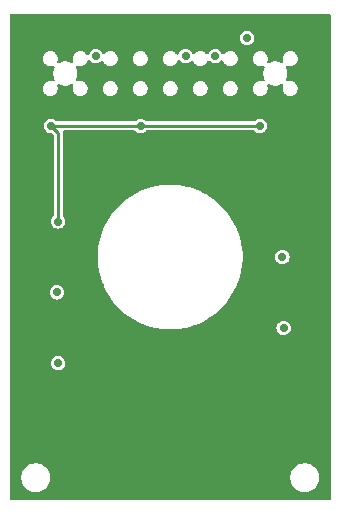
<source format=gbr>
%TF.GenerationSoftware,KiCad,Pcbnew,8.0.3*%
%TF.CreationDate,2024-07-14T16:13:23+03:00*%
%TF.ProjectId,TFT_Adapter,5446545f-4164-4617-9074-65722e6b6963,rev?*%
%TF.SameCoordinates,Original*%
%TF.FileFunction,Copper,L3,Inr*%
%TF.FilePolarity,Positive*%
%FSLAX46Y46*%
G04 Gerber Fmt 4.6, Leading zero omitted, Abs format (unit mm)*
G04 Created by KiCad (PCBNEW 8.0.3) date 2024-07-14 16:13:23*
%MOMM*%
%LPD*%
G01*
G04 APERTURE LIST*
%TA.AperFunction,ViaPad*%
%ADD10C,0.700000*%
%TD*%
%TA.AperFunction,Conductor*%
%ADD11C,0.254000*%
%TD*%
G04 APERTURE END LIST*
D10*
%TO.N,/WRX*%
X155500000Y-61459500D03*
X139500000Y-89000000D03*
%TO.N,GND*%
X142500000Y-71500000D03*
X138000000Y-78500000D03*
X138000000Y-81600000D03*
X138000000Y-84600000D03*
X138000000Y-87700000D03*
X160000000Y-87800000D03*
X160000000Y-84600000D03*
X160000000Y-75500000D03*
X160000000Y-78500000D03*
X160000000Y-81600000D03*
X161300000Y-61600000D03*
X161300000Y-71000000D03*
X158100000Y-71000000D03*
X150800000Y-69700000D03*
X154700000Y-71000000D03*
X147600000Y-72000000D03*
X146700000Y-72000000D03*
X145800000Y-72000000D03*
X138000000Y-75500000D03*
X138000000Y-72000000D03*
X140400000Y-69700000D03*
X143700000Y-70000000D03*
X137000000Y-61500000D03*
%TO.N,/D6*%
X142700000Y-63000000D03*
X139400000Y-83000000D03*
%TO.N,/D1*%
X152800000Y-63000000D03*
X158500000Y-80000000D03*
%TO.N,/D3*%
X150300000Y-63000000D03*
X158600000Y-86000000D03*
%TO.N,/VCC*%
X156600000Y-68900000D03*
X146500000Y-68900000D03*
X139500000Y-77000000D03*
X138900000Y-68900000D03*
%TD*%
D11*
%TO.N,/VCC*%
X138900000Y-68900000D02*
X156600000Y-68900000D01*
X139500000Y-69500000D02*
X138900000Y-68900000D01*
X139500000Y-77000000D02*
X139500000Y-69500000D01*
%TD*%
%TA.AperFunction,Conductor*%
%TO.N,GND*%
G36*
X162541621Y-59420502D02*
G01*
X162588114Y-59474158D01*
X162599500Y-59526500D01*
X162599500Y-100473500D01*
X162579498Y-100541621D01*
X162525842Y-100588114D01*
X162473500Y-100599500D01*
X135526500Y-100599500D01*
X135458379Y-100579498D01*
X135411886Y-100525842D01*
X135400500Y-100473500D01*
X135400500Y-98593394D01*
X136382500Y-98593394D01*
X136382500Y-98786606D01*
X136412725Y-98977440D01*
X136412726Y-98977445D01*
X136472429Y-99161192D01*
X136472431Y-99161197D01*
X136472432Y-99161198D01*
X136560149Y-99333351D01*
X136673715Y-99489664D01*
X136810335Y-99626284D01*
X136881156Y-99677737D01*
X136966650Y-99739852D01*
X137138803Y-99827569D01*
X137322560Y-99887275D01*
X137513394Y-99917500D01*
X137513397Y-99917500D01*
X137706603Y-99917500D01*
X137706606Y-99917500D01*
X137897440Y-99887275D01*
X138081197Y-99827569D01*
X138253350Y-99739852D01*
X138409663Y-99626285D01*
X138546285Y-99489663D01*
X138659852Y-99333350D01*
X138747569Y-99161197D01*
X138807275Y-98977440D01*
X138837500Y-98786606D01*
X138837500Y-98593394D01*
X159162500Y-98593394D01*
X159162500Y-98786606D01*
X159192725Y-98977440D01*
X159192726Y-98977445D01*
X159252429Y-99161192D01*
X159252431Y-99161197D01*
X159252432Y-99161198D01*
X159340149Y-99333351D01*
X159453715Y-99489664D01*
X159590335Y-99626284D01*
X159661156Y-99677737D01*
X159746650Y-99739852D01*
X159918803Y-99827569D01*
X160102560Y-99887275D01*
X160293394Y-99917500D01*
X160293397Y-99917500D01*
X160486603Y-99917500D01*
X160486606Y-99917500D01*
X160677440Y-99887275D01*
X160861197Y-99827569D01*
X161033350Y-99739852D01*
X161189663Y-99626285D01*
X161326285Y-99489663D01*
X161439852Y-99333350D01*
X161527569Y-99161197D01*
X161587275Y-98977440D01*
X161617500Y-98786606D01*
X161617500Y-98593394D01*
X161587275Y-98402560D01*
X161527569Y-98218803D01*
X161439852Y-98046650D01*
X161326285Y-97890337D01*
X161326284Y-97890335D01*
X161189664Y-97753715D01*
X161033351Y-97640149D01*
X161033352Y-97640149D01*
X161033350Y-97640148D01*
X160861197Y-97552431D01*
X160861194Y-97552430D01*
X160861192Y-97552429D01*
X160677445Y-97492726D01*
X160677441Y-97492725D01*
X160677440Y-97492725D01*
X160486606Y-97462500D01*
X160293394Y-97462500D01*
X160102560Y-97492725D01*
X160102554Y-97492726D01*
X159918807Y-97552429D01*
X159918801Y-97552432D01*
X159746648Y-97640149D01*
X159590335Y-97753715D01*
X159453715Y-97890335D01*
X159340149Y-98046648D01*
X159252432Y-98218801D01*
X159252429Y-98218807D01*
X159192726Y-98402554D01*
X159192725Y-98402559D01*
X159192725Y-98402560D01*
X159162500Y-98593394D01*
X138837500Y-98593394D01*
X138807275Y-98402560D01*
X138747569Y-98218803D01*
X138659852Y-98046650D01*
X138546285Y-97890337D01*
X138546284Y-97890335D01*
X138409664Y-97753715D01*
X138253351Y-97640149D01*
X138253352Y-97640149D01*
X138253350Y-97640148D01*
X138081197Y-97552431D01*
X138081194Y-97552430D01*
X138081192Y-97552429D01*
X137897445Y-97492726D01*
X137897441Y-97492725D01*
X137897440Y-97492725D01*
X137706606Y-97462500D01*
X137513394Y-97462500D01*
X137322560Y-97492725D01*
X137322554Y-97492726D01*
X137138807Y-97552429D01*
X137138801Y-97552432D01*
X136966648Y-97640149D01*
X136810335Y-97753715D01*
X136673715Y-97890335D01*
X136560149Y-98046648D01*
X136472432Y-98218801D01*
X136472429Y-98218807D01*
X136412726Y-98402554D01*
X136412725Y-98402559D01*
X136412725Y-98402560D01*
X136382500Y-98593394D01*
X135400500Y-98593394D01*
X135400500Y-89000000D01*
X138890284Y-89000000D01*
X138911060Y-89157806D01*
X138971968Y-89304857D01*
X139068865Y-89431134D01*
X139195142Y-89528031D01*
X139287872Y-89566439D01*
X139342194Y-89588940D01*
X139500000Y-89609716D01*
X139657806Y-89588940D01*
X139750536Y-89550530D01*
X139804857Y-89528031D01*
X139931134Y-89431134D01*
X140028031Y-89304857D01*
X140050530Y-89250536D01*
X140088940Y-89157806D01*
X140109716Y-89000000D01*
X140088940Y-88842194D01*
X140066439Y-88787872D01*
X140028031Y-88695142D01*
X139931134Y-88568865D01*
X139804857Y-88471968D01*
X139657806Y-88411060D01*
X139500000Y-88390284D01*
X139342193Y-88411060D01*
X139195142Y-88471968D01*
X139068865Y-88568865D01*
X138971968Y-88695142D01*
X138911060Y-88842193D01*
X138890284Y-89000000D01*
X135400500Y-89000000D01*
X135400500Y-83000000D01*
X138790284Y-83000000D01*
X138811060Y-83157806D01*
X138871968Y-83304857D01*
X138968865Y-83431134D01*
X139095142Y-83528031D01*
X139187872Y-83566439D01*
X139242194Y-83588940D01*
X139400000Y-83609716D01*
X139557806Y-83588940D01*
X139650536Y-83550530D01*
X139704857Y-83528031D01*
X139831134Y-83431134D01*
X139928031Y-83304857D01*
X139950530Y-83250536D01*
X139988940Y-83157806D01*
X140009716Y-83000000D01*
X139988940Y-82842194D01*
X139966439Y-82787872D01*
X139928031Y-82695142D01*
X139831134Y-82568865D01*
X139704857Y-82471968D01*
X139557806Y-82411060D01*
X139400000Y-82390284D01*
X139242193Y-82411060D01*
X139095142Y-82471968D01*
X138968865Y-82568865D01*
X138871968Y-82695142D01*
X138811060Y-82842193D01*
X138790284Y-83000000D01*
X135400500Y-83000000D01*
X135400500Y-79759250D01*
X142872500Y-79759250D01*
X142872500Y-80240750D01*
X142895109Y-80528031D01*
X142910279Y-80720775D01*
X142985599Y-81196328D01*
X142985599Y-81196329D01*
X143098007Y-81664544D01*
X143246794Y-82122464D01*
X143366335Y-82411060D01*
X143431059Y-82567317D01*
X143496189Y-82695142D01*
X143571115Y-82842193D01*
X143649656Y-82996337D01*
X143901239Y-83406883D01*
X144184258Y-83796425D01*
X144496967Y-84162561D01*
X144496976Y-84162570D01*
X144496988Y-84162583D01*
X144837416Y-84503011D01*
X144837428Y-84503022D01*
X144837439Y-84503033D01*
X145203575Y-84815742D01*
X145593117Y-85098761D01*
X146003663Y-85350344D01*
X146432683Y-85568941D01*
X146724887Y-85689975D01*
X146877535Y-85753205D01*
X147335455Y-85901992D01*
X147335457Y-85901992D01*
X147335465Y-85901995D01*
X147803662Y-86014399D01*
X148279234Y-86089722D01*
X148759250Y-86127500D01*
X148759252Y-86127500D01*
X149240748Y-86127500D01*
X149240750Y-86127500D01*
X149720766Y-86089722D01*
X150196338Y-86014399D01*
X150256314Y-86000000D01*
X157990284Y-86000000D01*
X158011060Y-86157806D01*
X158071968Y-86304857D01*
X158168865Y-86431134D01*
X158295142Y-86528031D01*
X158387872Y-86566439D01*
X158442194Y-86588940D01*
X158600000Y-86609716D01*
X158757806Y-86588940D01*
X158850536Y-86550530D01*
X158904857Y-86528031D01*
X159031134Y-86431134D01*
X159128031Y-86304857D01*
X159150530Y-86250536D01*
X159188940Y-86157806D01*
X159209716Y-86000000D01*
X159188940Y-85842194D01*
X159152080Y-85753205D01*
X159128031Y-85695142D01*
X159031134Y-85568865D01*
X158904857Y-85471968D01*
X158757806Y-85411060D01*
X158600000Y-85390284D01*
X158442193Y-85411060D01*
X158295142Y-85471968D01*
X158168865Y-85568865D01*
X158071968Y-85695142D01*
X158011060Y-85842193D01*
X157990284Y-86000000D01*
X150256314Y-86000000D01*
X150664535Y-85901995D01*
X150741404Y-85877018D01*
X151122464Y-85753205D01*
X151122469Y-85753203D01*
X151567317Y-85568941D01*
X151996337Y-85350344D01*
X152406883Y-85098761D01*
X152796425Y-84815742D01*
X153162561Y-84503033D01*
X153503033Y-84162561D01*
X153815742Y-83796425D01*
X154098761Y-83406883D01*
X154350344Y-82996337D01*
X154568941Y-82567317D01*
X154753203Y-82122469D01*
X154901995Y-81664535D01*
X155014399Y-81196338D01*
X155089722Y-80720766D01*
X155127500Y-80240750D01*
X155127500Y-80000000D01*
X157890284Y-80000000D01*
X157911060Y-80157806D01*
X157971968Y-80304857D01*
X158068865Y-80431134D01*
X158195142Y-80528031D01*
X158287872Y-80566439D01*
X158342194Y-80588940D01*
X158500000Y-80609716D01*
X158657806Y-80588940D01*
X158750536Y-80550530D01*
X158804857Y-80528031D01*
X158931134Y-80431134D01*
X159028031Y-80304857D01*
X159054585Y-80240747D01*
X159088940Y-80157806D01*
X159109716Y-80000000D01*
X159088940Y-79842194D01*
X159054584Y-79759250D01*
X159028031Y-79695142D01*
X158931134Y-79568865D01*
X158804857Y-79471968D01*
X158657806Y-79411060D01*
X158500000Y-79390284D01*
X158342193Y-79411060D01*
X158195142Y-79471968D01*
X158068865Y-79568865D01*
X157971968Y-79695142D01*
X157911060Y-79842193D01*
X157890284Y-80000000D01*
X155127500Y-80000000D01*
X155127500Y-79759250D01*
X155089722Y-79279234D01*
X155014399Y-78803662D01*
X154901995Y-78335465D01*
X154901992Y-78335455D01*
X154753205Y-77877535D01*
X154642270Y-77609715D01*
X154568941Y-77432683D01*
X154350344Y-77003663D01*
X154098761Y-76593117D01*
X153815742Y-76203575D01*
X153503033Y-75837439D01*
X153503022Y-75837428D01*
X153503011Y-75837416D01*
X153162583Y-75496988D01*
X153162570Y-75496976D01*
X153162561Y-75496967D01*
X152796425Y-75184258D01*
X152406883Y-74901239D01*
X151996337Y-74649656D01*
X151996336Y-74649655D01*
X151996332Y-74649653D01*
X151802257Y-74550767D01*
X151567317Y-74431059D01*
X151535698Y-74417961D01*
X151122464Y-74246794D01*
X150664544Y-74098007D01*
X150430436Y-74041803D01*
X150196338Y-73985601D01*
X150196336Y-73985600D01*
X150196329Y-73985599D01*
X149720775Y-73910279D01*
X149720769Y-73910278D01*
X149720766Y-73910278D01*
X149240750Y-73872500D01*
X148759250Y-73872500D01*
X148279234Y-73910278D01*
X148279231Y-73910278D01*
X148279224Y-73910279D01*
X147803671Y-73985599D01*
X147803670Y-73985599D01*
X147335455Y-74098007D01*
X146877535Y-74246794D01*
X146432687Y-74431057D01*
X146003667Y-74649653D01*
X145593121Y-74901236D01*
X145203575Y-75184257D01*
X144837454Y-75496953D01*
X144837416Y-75496988D01*
X144496988Y-75837416D01*
X144496953Y-75837454D01*
X144184257Y-76203575D01*
X143901236Y-76593121D01*
X143649653Y-77003667D01*
X143431057Y-77432687D01*
X143246794Y-77877535D01*
X143098007Y-78335455D01*
X142985599Y-78803670D01*
X142985599Y-78803671D01*
X142910279Y-79279224D01*
X142910278Y-79279231D01*
X142910278Y-79279234D01*
X142872500Y-79759250D01*
X135400500Y-79759250D01*
X135400500Y-68900000D01*
X138290284Y-68900000D01*
X138311060Y-69057806D01*
X138371968Y-69204857D01*
X138468865Y-69331134D01*
X138595142Y-69428031D01*
X138687872Y-69466439D01*
X138742194Y-69488940D01*
X138900000Y-69509716D01*
X138900415Y-69509661D01*
X138900767Y-69509716D01*
X138908260Y-69509716D01*
X138908260Y-69510884D01*
X138970564Y-69520596D01*
X139005964Y-69545487D01*
X139081595Y-69621118D01*
X139115621Y-69683430D01*
X139118500Y-69710213D01*
X139118500Y-76468644D01*
X139098498Y-76536765D01*
X139074514Y-76562835D01*
X139074705Y-76563026D01*
X139070124Y-76567606D01*
X139069205Y-76568606D01*
X139068864Y-76568867D01*
X138971968Y-76695142D01*
X138911060Y-76842193D01*
X138890284Y-77000000D01*
X138911060Y-77157806D01*
X138971968Y-77304857D01*
X139068865Y-77431134D01*
X139195142Y-77528031D01*
X139287872Y-77566439D01*
X139342194Y-77588940D01*
X139500000Y-77609716D01*
X139657806Y-77588940D01*
X139750536Y-77550530D01*
X139804857Y-77528031D01*
X139931134Y-77431134D01*
X140028031Y-77304857D01*
X140050530Y-77250536D01*
X140088940Y-77157806D01*
X140109716Y-77000000D01*
X140088940Y-76842194D01*
X140066439Y-76787872D01*
X140028031Y-76695142D01*
X139931135Y-76568867D01*
X139930795Y-76568606D01*
X139930578Y-76568309D01*
X139925295Y-76563026D01*
X139926119Y-76562201D01*
X139888928Y-76511267D01*
X139881500Y-76468644D01*
X139881500Y-69449776D01*
X139881499Y-69449771D01*
X139878911Y-69440112D01*
X139880600Y-69369135D01*
X139920393Y-69310339D01*
X139985658Y-69282391D01*
X140000617Y-69281500D01*
X145968644Y-69281500D01*
X146036765Y-69301502D01*
X146062835Y-69325485D01*
X146063026Y-69325295D01*
X146067606Y-69329875D01*
X146068606Y-69330795D01*
X146068867Y-69331135D01*
X146195142Y-69428031D01*
X146287872Y-69466439D01*
X146342194Y-69488940D01*
X146500000Y-69509716D01*
X146657806Y-69488940D01*
X146752370Y-69449771D01*
X146804857Y-69428031D01*
X146843145Y-69398651D01*
X146931134Y-69331134D01*
X146931394Y-69330794D01*
X146931690Y-69330578D01*
X146936974Y-69325295D01*
X146937798Y-69326119D01*
X146988733Y-69288928D01*
X147031356Y-69281500D01*
X156068644Y-69281500D01*
X156136765Y-69301502D01*
X156162835Y-69325485D01*
X156163026Y-69325295D01*
X156167606Y-69329875D01*
X156168606Y-69330795D01*
X156168867Y-69331135D01*
X156295142Y-69428031D01*
X156387872Y-69466439D01*
X156442194Y-69488940D01*
X156600000Y-69509716D01*
X156757806Y-69488940D01*
X156852370Y-69449771D01*
X156904857Y-69428031D01*
X157031134Y-69331134D01*
X157128031Y-69204857D01*
X157150530Y-69150536D01*
X157188940Y-69057806D01*
X157209716Y-68900000D01*
X157188940Y-68742194D01*
X157166439Y-68687872D01*
X157128031Y-68595142D01*
X157031134Y-68468865D01*
X156904857Y-68371968D01*
X156757806Y-68311060D01*
X156600000Y-68290284D01*
X156442193Y-68311060D01*
X156295142Y-68371968D01*
X156168867Y-68468864D01*
X156168606Y-68469205D01*
X156168309Y-68469421D01*
X156163026Y-68474705D01*
X156162201Y-68473880D01*
X156111267Y-68511072D01*
X156068644Y-68518500D01*
X147031356Y-68518500D01*
X146963235Y-68498498D01*
X146937164Y-68474514D01*
X146936974Y-68474705D01*
X146932393Y-68470124D01*
X146931394Y-68469205D01*
X146931132Y-68468864D01*
X146804857Y-68371968D01*
X146657806Y-68311060D01*
X146500000Y-68290284D01*
X146342193Y-68311060D01*
X146195142Y-68371968D01*
X146068867Y-68468864D01*
X146068606Y-68469205D01*
X146068309Y-68469421D01*
X146063026Y-68474705D01*
X146062201Y-68473880D01*
X146011267Y-68511072D01*
X145968644Y-68518500D01*
X139431356Y-68518500D01*
X139363235Y-68498498D01*
X139337164Y-68474514D01*
X139336974Y-68474705D01*
X139332393Y-68470124D01*
X139331394Y-68469205D01*
X139331132Y-68468864D01*
X139204857Y-68371968D01*
X139057806Y-68311060D01*
X138900000Y-68290284D01*
X138742193Y-68311060D01*
X138595142Y-68371968D01*
X138468865Y-68468865D01*
X138371968Y-68595142D01*
X138311060Y-68742193D01*
X138290284Y-68900000D01*
X135400500Y-68900000D01*
X135400500Y-63139204D01*
X138202500Y-63139204D01*
X138202500Y-63264795D01*
X138226996Y-63387947D01*
X138226997Y-63387950D01*
X138226998Y-63387952D01*
X138275054Y-63503970D01*
X138313615Y-63561680D01*
X138344820Y-63608382D01*
X138344825Y-63608388D01*
X138433611Y-63697174D01*
X138433617Y-63697179D01*
X138538030Y-63766946D01*
X138654048Y-63815002D01*
X138654050Y-63815002D01*
X138654052Y-63815003D01*
X138777204Y-63839499D01*
X138777210Y-63839499D01*
X138777212Y-63839500D01*
X138777213Y-63839500D01*
X138902787Y-63839500D01*
X138902788Y-63839500D01*
X138902789Y-63839499D01*
X138902795Y-63839499D01*
X139025947Y-63815003D01*
X139025947Y-63815002D01*
X139025952Y-63815002D01*
X139040339Y-63809042D01*
X139110925Y-63801451D01*
X139174414Y-63833228D01*
X139210644Y-63894284D01*
X139208113Y-63965236D01*
X139199684Y-63984840D01*
X139199443Y-63985289D01*
X139121988Y-64172283D01*
X139121986Y-64172288D01*
X139082500Y-64370797D01*
X139082500Y-64573202D01*
X139121986Y-64771711D01*
X139121988Y-64771716D01*
X139199441Y-64958704D01*
X139199680Y-64959151D01*
X139199734Y-64959411D01*
X139201810Y-64964423D01*
X139200859Y-64964816D01*
X139214153Y-65028657D01*
X139188750Y-65094954D01*
X139131538Y-65136992D01*
X139060680Y-65141426D01*
X139040341Y-65134958D01*
X139025950Y-65128997D01*
X139025947Y-65128996D01*
X138902795Y-65104500D01*
X138902788Y-65104500D01*
X138777212Y-65104500D01*
X138777204Y-65104500D01*
X138654052Y-65128996D01*
X138654049Y-65128997D01*
X138538030Y-65177054D01*
X138433617Y-65246820D01*
X138433611Y-65246825D01*
X138344825Y-65335611D01*
X138344820Y-65335617D01*
X138275054Y-65440030D01*
X138226997Y-65556049D01*
X138226996Y-65556052D01*
X138202500Y-65679204D01*
X138202500Y-65804795D01*
X138226996Y-65927947D01*
X138226997Y-65927950D01*
X138226998Y-65927952D01*
X138275054Y-66043970D01*
X138321670Y-66113736D01*
X138344820Y-66148382D01*
X138344825Y-66148388D01*
X138433611Y-66237174D01*
X138433617Y-66237179D01*
X138538030Y-66306946D01*
X138654048Y-66355002D01*
X138654050Y-66355002D01*
X138654052Y-66355003D01*
X138777204Y-66379499D01*
X138777210Y-66379499D01*
X138777212Y-66379500D01*
X138777213Y-66379500D01*
X138902787Y-66379500D01*
X138902788Y-66379500D01*
X138902789Y-66379499D01*
X138902795Y-66379499D01*
X139025947Y-66355003D01*
X139025947Y-66355002D01*
X139025952Y-66355002D01*
X139141970Y-66306946D01*
X139246383Y-66237179D01*
X139335179Y-66148383D01*
X139404946Y-66043970D01*
X139453002Y-65927952D01*
X139477500Y-65804788D01*
X139477500Y-65679212D01*
X139477499Y-65679210D01*
X139477499Y-65679204D01*
X139453003Y-65556052D01*
X139453002Y-65556049D01*
X139453002Y-65556048D01*
X139447041Y-65541656D01*
X139439451Y-65471071D01*
X139471229Y-65407584D01*
X139532286Y-65371355D01*
X139603238Y-65373887D01*
X139622854Y-65382322D01*
X139623287Y-65382553D01*
X139623296Y-65382559D01*
X139810289Y-65460014D01*
X140008800Y-65499500D01*
X140008801Y-65499500D01*
X140211199Y-65499500D01*
X140211200Y-65499500D01*
X140409711Y-65460014D01*
X140596704Y-65382559D01*
X140596712Y-65382553D01*
X140597137Y-65382327D01*
X140597392Y-65382273D01*
X140602423Y-65380190D01*
X140602817Y-65381143D01*
X140666641Y-65367845D01*
X140732941Y-65393239D01*
X140774987Y-65450446D01*
X140779430Y-65521303D01*
X140772959Y-65541656D01*
X140766997Y-65556049D01*
X140766996Y-65556052D01*
X140742500Y-65679204D01*
X140742500Y-65804795D01*
X140766996Y-65927947D01*
X140766997Y-65927950D01*
X140766998Y-65927952D01*
X140815054Y-66043970D01*
X140861670Y-66113736D01*
X140884820Y-66148382D01*
X140884825Y-66148388D01*
X140973611Y-66237174D01*
X140973617Y-66237179D01*
X141078030Y-66306946D01*
X141194048Y-66355002D01*
X141194050Y-66355002D01*
X141194052Y-66355003D01*
X141317204Y-66379499D01*
X141317210Y-66379499D01*
X141317212Y-66379500D01*
X141317213Y-66379500D01*
X141442787Y-66379500D01*
X141442788Y-66379500D01*
X141442789Y-66379499D01*
X141442795Y-66379499D01*
X141565947Y-66355003D01*
X141565947Y-66355002D01*
X141565952Y-66355002D01*
X141681970Y-66306946D01*
X141786383Y-66237179D01*
X141875179Y-66148383D01*
X141944946Y-66043970D01*
X141993002Y-65927952D01*
X142017500Y-65804788D01*
X142017500Y-65679212D01*
X142017499Y-65679210D01*
X142017499Y-65679204D01*
X143282500Y-65679204D01*
X143282500Y-65804795D01*
X143306996Y-65927947D01*
X143306997Y-65927950D01*
X143306998Y-65927952D01*
X143355054Y-66043970D01*
X143401670Y-66113736D01*
X143424820Y-66148382D01*
X143424825Y-66148388D01*
X143513611Y-66237174D01*
X143513617Y-66237179D01*
X143618030Y-66306946D01*
X143734048Y-66355002D01*
X143734050Y-66355002D01*
X143734052Y-66355003D01*
X143857204Y-66379499D01*
X143857210Y-66379499D01*
X143857212Y-66379500D01*
X143857213Y-66379500D01*
X143982787Y-66379500D01*
X143982788Y-66379500D01*
X143982789Y-66379499D01*
X143982795Y-66379499D01*
X144105947Y-66355003D01*
X144105947Y-66355002D01*
X144105952Y-66355002D01*
X144221970Y-66306946D01*
X144326383Y-66237179D01*
X144415179Y-66148383D01*
X144484946Y-66043970D01*
X144533002Y-65927952D01*
X144557500Y-65804788D01*
X144557500Y-65679212D01*
X144557499Y-65679210D01*
X144557499Y-65679204D01*
X145822500Y-65679204D01*
X145822500Y-65804795D01*
X145846996Y-65927947D01*
X145846997Y-65927950D01*
X145846998Y-65927952D01*
X145895054Y-66043970D01*
X145941670Y-66113736D01*
X145964820Y-66148382D01*
X145964825Y-66148388D01*
X146053611Y-66237174D01*
X146053617Y-66237179D01*
X146158030Y-66306946D01*
X146274048Y-66355002D01*
X146274050Y-66355002D01*
X146274052Y-66355003D01*
X146397204Y-66379499D01*
X146397210Y-66379499D01*
X146397212Y-66379500D01*
X146397213Y-66379500D01*
X146522787Y-66379500D01*
X146522788Y-66379500D01*
X146522789Y-66379499D01*
X146522795Y-66379499D01*
X146645947Y-66355003D01*
X146645947Y-66355002D01*
X146645952Y-66355002D01*
X146761970Y-66306946D01*
X146866383Y-66237179D01*
X146955179Y-66148383D01*
X147024946Y-66043970D01*
X147073002Y-65927952D01*
X147097500Y-65804788D01*
X147097500Y-65679212D01*
X147097499Y-65679210D01*
X147097499Y-65679204D01*
X148362500Y-65679204D01*
X148362500Y-65804795D01*
X148386996Y-65927947D01*
X148386997Y-65927950D01*
X148386998Y-65927952D01*
X148435054Y-66043970D01*
X148481670Y-66113736D01*
X148504820Y-66148382D01*
X148504825Y-66148388D01*
X148593611Y-66237174D01*
X148593617Y-66237179D01*
X148698030Y-66306946D01*
X148814048Y-66355002D01*
X148814050Y-66355002D01*
X148814052Y-66355003D01*
X148937204Y-66379499D01*
X148937210Y-66379499D01*
X148937212Y-66379500D01*
X148937213Y-66379500D01*
X149062787Y-66379500D01*
X149062788Y-66379500D01*
X149062789Y-66379499D01*
X149062795Y-66379499D01*
X149185947Y-66355003D01*
X149185947Y-66355002D01*
X149185952Y-66355002D01*
X149301970Y-66306946D01*
X149406383Y-66237179D01*
X149495179Y-66148383D01*
X149564946Y-66043970D01*
X149613002Y-65927952D01*
X149637500Y-65804788D01*
X149637500Y-65679212D01*
X149637499Y-65679210D01*
X149637499Y-65679204D01*
X150902500Y-65679204D01*
X150902500Y-65804795D01*
X150926996Y-65927947D01*
X150926997Y-65927950D01*
X150926998Y-65927952D01*
X150975054Y-66043970D01*
X151021670Y-66113736D01*
X151044820Y-66148382D01*
X151044825Y-66148388D01*
X151133611Y-66237174D01*
X151133617Y-66237179D01*
X151238030Y-66306946D01*
X151354048Y-66355002D01*
X151354050Y-66355002D01*
X151354052Y-66355003D01*
X151477204Y-66379499D01*
X151477210Y-66379499D01*
X151477212Y-66379500D01*
X151477213Y-66379500D01*
X151602787Y-66379500D01*
X151602788Y-66379500D01*
X151602789Y-66379499D01*
X151602795Y-66379499D01*
X151725947Y-66355003D01*
X151725947Y-66355002D01*
X151725952Y-66355002D01*
X151841970Y-66306946D01*
X151946383Y-66237179D01*
X152035179Y-66148383D01*
X152104946Y-66043970D01*
X152153002Y-65927952D01*
X152177500Y-65804788D01*
X152177500Y-65679212D01*
X152177499Y-65679210D01*
X152177499Y-65679204D01*
X153442500Y-65679204D01*
X153442500Y-65804795D01*
X153466996Y-65927947D01*
X153466997Y-65927950D01*
X153466998Y-65927952D01*
X153515054Y-66043970D01*
X153561670Y-66113736D01*
X153584820Y-66148382D01*
X153584825Y-66148388D01*
X153673611Y-66237174D01*
X153673617Y-66237179D01*
X153778030Y-66306946D01*
X153894048Y-66355002D01*
X153894050Y-66355002D01*
X153894052Y-66355003D01*
X154017204Y-66379499D01*
X154017210Y-66379499D01*
X154017212Y-66379500D01*
X154017213Y-66379500D01*
X154142787Y-66379500D01*
X154142788Y-66379500D01*
X154142789Y-66379499D01*
X154142795Y-66379499D01*
X154265947Y-66355003D01*
X154265947Y-66355002D01*
X154265952Y-66355002D01*
X154381970Y-66306946D01*
X154486383Y-66237179D01*
X154575179Y-66148383D01*
X154644946Y-66043970D01*
X154693002Y-65927952D01*
X154717500Y-65804788D01*
X154717500Y-65679212D01*
X154717499Y-65679210D01*
X154717499Y-65679204D01*
X154693003Y-65556052D01*
X154693002Y-65556049D01*
X154693002Y-65556048D01*
X154644946Y-65440030D01*
X154575179Y-65335617D01*
X154575174Y-65335611D01*
X154486388Y-65246825D01*
X154486382Y-65246820D01*
X154451736Y-65223670D01*
X154381970Y-65177054D01*
X154265952Y-65128998D01*
X154265950Y-65128997D01*
X154265947Y-65128996D01*
X154142795Y-65104500D01*
X154142788Y-65104500D01*
X154017212Y-65104500D01*
X154017204Y-65104500D01*
X153894052Y-65128996D01*
X153894049Y-65128997D01*
X153778030Y-65177054D01*
X153673617Y-65246820D01*
X153673611Y-65246825D01*
X153584825Y-65335611D01*
X153584820Y-65335617D01*
X153515054Y-65440030D01*
X153466997Y-65556049D01*
X153466996Y-65556052D01*
X153442500Y-65679204D01*
X152177499Y-65679204D01*
X152153003Y-65556052D01*
X152153002Y-65556049D01*
X152153002Y-65556048D01*
X152104946Y-65440030D01*
X152035179Y-65335617D01*
X152035174Y-65335611D01*
X151946388Y-65246825D01*
X151946382Y-65246820D01*
X151911736Y-65223670D01*
X151841970Y-65177054D01*
X151725952Y-65128998D01*
X151725950Y-65128997D01*
X151725947Y-65128996D01*
X151602795Y-65104500D01*
X151602788Y-65104500D01*
X151477212Y-65104500D01*
X151477204Y-65104500D01*
X151354052Y-65128996D01*
X151354049Y-65128997D01*
X151238030Y-65177054D01*
X151133617Y-65246820D01*
X151133611Y-65246825D01*
X151044825Y-65335611D01*
X151044820Y-65335617D01*
X150975054Y-65440030D01*
X150926997Y-65556049D01*
X150926996Y-65556052D01*
X150902500Y-65679204D01*
X149637499Y-65679204D01*
X149613003Y-65556052D01*
X149613002Y-65556049D01*
X149613002Y-65556048D01*
X149564946Y-65440030D01*
X149495179Y-65335617D01*
X149495174Y-65335611D01*
X149406388Y-65246825D01*
X149406382Y-65246820D01*
X149371736Y-65223670D01*
X149301970Y-65177054D01*
X149185952Y-65128998D01*
X149185950Y-65128997D01*
X149185947Y-65128996D01*
X149062795Y-65104500D01*
X149062788Y-65104500D01*
X148937212Y-65104500D01*
X148937204Y-65104500D01*
X148814052Y-65128996D01*
X148814049Y-65128997D01*
X148698030Y-65177054D01*
X148593617Y-65246820D01*
X148593611Y-65246825D01*
X148504825Y-65335611D01*
X148504820Y-65335617D01*
X148435054Y-65440030D01*
X148386997Y-65556049D01*
X148386996Y-65556052D01*
X148362500Y-65679204D01*
X147097499Y-65679204D01*
X147073003Y-65556052D01*
X147073002Y-65556049D01*
X147073002Y-65556048D01*
X147024946Y-65440030D01*
X146955179Y-65335617D01*
X146955174Y-65335611D01*
X146866388Y-65246825D01*
X146866382Y-65246820D01*
X146831736Y-65223670D01*
X146761970Y-65177054D01*
X146645952Y-65128998D01*
X146645950Y-65128997D01*
X146645947Y-65128996D01*
X146522795Y-65104500D01*
X146522788Y-65104500D01*
X146397212Y-65104500D01*
X146397204Y-65104500D01*
X146274052Y-65128996D01*
X146274049Y-65128997D01*
X146158030Y-65177054D01*
X146053617Y-65246820D01*
X146053611Y-65246825D01*
X145964825Y-65335611D01*
X145964820Y-65335617D01*
X145895054Y-65440030D01*
X145846997Y-65556049D01*
X145846996Y-65556052D01*
X145822500Y-65679204D01*
X144557499Y-65679204D01*
X144533003Y-65556052D01*
X144533002Y-65556049D01*
X144533002Y-65556048D01*
X144484946Y-65440030D01*
X144415179Y-65335617D01*
X144415174Y-65335611D01*
X144326388Y-65246825D01*
X144326382Y-65246820D01*
X144291736Y-65223670D01*
X144221970Y-65177054D01*
X144105952Y-65128998D01*
X144105950Y-65128997D01*
X144105947Y-65128996D01*
X143982795Y-65104500D01*
X143982788Y-65104500D01*
X143857212Y-65104500D01*
X143857204Y-65104500D01*
X143734052Y-65128996D01*
X143734049Y-65128997D01*
X143618030Y-65177054D01*
X143513617Y-65246820D01*
X143513611Y-65246825D01*
X143424825Y-65335611D01*
X143424820Y-65335617D01*
X143355054Y-65440030D01*
X143306997Y-65556049D01*
X143306996Y-65556052D01*
X143282500Y-65679204D01*
X142017499Y-65679204D01*
X141993003Y-65556052D01*
X141993002Y-65556049D01*
X141993002Y-65556048D01*
X141944946Y-65440030D01*
X141875179Y-65335617D01*
X141875174Y-65335611D01*
X141786388Y-65246825D01*
X141786382Y-65246820D01*
X141751736Y-65223670D01*
X141681970Y-65177054D01*
X141565952Y-65128998D01*
X141565950Y-65128997D01*
X141565947Y-65128996D01*
X141442795Y-65104500D01*
X141442788Y-65104500D01*
X141317212Y-65104500D01*
X141317204Y-65104500D01*
X141194052Y-65128996D01*
X141194049Y-65128997D01*
X141179656Y-65134959D01*
X141109066Y-65142547D01*
X141045580Y-65110766D01*
X141009353Y-65049707D01*
X141011889Y-64978756D01*
X141020327Y-64959137D01*
X141020553Y-64958712D01*
X141020559Y-64958704D01*
X141098014Y-64771711D01*
X141137500Y-64573200D01*
X141137500Y-64370800D01*
X141098014Y-64172289D01*
X141020559Y-63985296D01*
X141020553Y-63985287D01*
X141020322Y-63984854D01*
X141020267Y-63984592D01*
X141018190Y-63979577D01*
X141019140Y-63979183D01*
X141005845Y-63915349D01*
X141031244Y-63849051D01*
X141088454Y-63807009D01*
X141159312Y-63802571D01*
X141179653Y-63809039D01*
X141194048Y-63815002D01*
X141194051Y-63815002D01*
X141194052Y-63815003D01*
X141317204Y-63839499D01*
X141317210Y-63839499D01*
X141317212Y-63839500D01*
X141317213Y-63839500D01*
X141442787Y-63839500D01*
X141442788Y-63839500D01*
X141442789Y-63839499D01*
X141442795Y-63839499D01*
X141565947Y-63815003D01*
X141565947Y-63815002D01*
X141565952Y-63815002D01*
X141681970Y-63766946D01*
X141786383Y-63697179D01*
X141875179Y-63608383D01*
X141944946Y-63503970D01*
X141993002Y-63387952D01*
X141993002Y-63387950D01*
X141994579Y-63384144D01*
X142039127Y-63328863D01*
X142106490Y-63306442D01*
X142175282Y-63324000D01*
X142210950Y-63355658D01*
X142268865Y-63431134D01*
X142395142Y-63528031D01*
X142479233Y-63562861D01*
X142542194Y-63588940D01*
X142700000Y-63609716D01*
X142857806Y-63588940D01*
X142950536Y-63550530D01*
X143004857Y-63528031D01*
X143062254Y-63483988D01*
X143131134Y-63431134D01*
X143131140Y-63431125D01*
X143134790Y-63427477D01*
X143197100Y-63393449D01*
X143267916Y-63398510D01*
X143324754Y-63441054D01*
X143340298Y-63468348D01*
X143355052Y-63503967D01*
X143355053Y-63503969D01*
X143424820Y-63608382D01*
X143424825Y-63608388D01*
X143513611Y-63697174D01*
X143513617Y-63697179D01*
X143618030Y-63766946D01*
X143734048Y-63815002D01*
X143734050Y-63815002D01*
X143734052Y-63815003D01*
X143857204Y-63839499D01*
X143857210Y-63839499D01*
X143857212Y-63839500D01*
X143857213Y-63839500D01*
X143982787Y-63839500D01*
X143982788Y-63839500D01*
X143982789Y-63839499D01*
X143982795Y-63839499D01*
X144105947Y-63815003D01*
X144105947Y-63815002D01*
X144105952Y-63815002D01*
X144221970Y-63766946D01*
X144326383Y-63697179D01*
X144415179Y-63608383D01*
X144484946Y-63503970D01*
X144533002Y-63387952D01*
X144539114Y-63357223D01*
X144557499Y-63264795D01*
X144557500Y-63264786D01*
X144557500Y-63139213D01*
X144557499Y-63139204D01*
X145822500Y-63139204D01*
X145822500Y-63264795D01*
X145846996Y-63387947D01*
X145846997Y-63387950D01*
X145846998Y-63387952D01*
X145895054Y-63503970D01*
X145933615Y-63561680D01*
X145964820Y-63608382D01*
X145964825Y-63608388D01*
X146053611Y-63697174D01*
X146053617Y-63697179D01*
X146158030Y-63766946D01*
X146274048Y-63815002D01*
X146274050Y-63815002D01*
X146274052Y-63815003D01*
X146397204Y-63839499D01*
X146397210Y-63839499D01*
X146397212Y-63839500D01*
X146397213Y-63839500D01*
X146522787Y-63839500D01*
X146522788Y-63839500D01*
X146522789Y-63839499D01*
X146522795Y-63839499D01*
X146645947Y-63815003D01*
X146645947Y-63815002D01*
X146645952Y-63815002D01*
X146761970Y-63766946D01*
X146866383Y-63697179D01*
X146955179Y-63608383D01*
X147024946Y-63503970D01*
X147073002Y-63387952D01*
X147079114Y-63357223D01*
X147097499Y-63264795D01*
X147097500Y-63264786D01*
X147097500Y-63139213D01*
X147097499Y-63139204D01*
X148362500Y-63139204D01*
X148362500Y-63264795D01*
X148386996Y-63387947D01*
X148386997Y-63387950D01*
X148386998Y-63387952D01*
X148435054Y-63503970D01*
X148473615Y-63561680D01*
X148504820Y-63608382D01*
X148504825Y-63608388D01*
X148593611Y-63697174D01*
X148593617Y-63697179D01*
X148698030Y-63766946D01*
X148814048Y-63815002D01*
X148814050Y-63815002D01*
X148814052Y-63815003D01*
X148937204Y-63839499D01*
X148937210Y-63839499D01*
X148937212Y-63839500D01*
X148937213Y-63839500D01*
X149062787Y-63839500D01*
X149062788Y-63839500D01*
X149062789Y-63839499D01*
X149062795Y-63839499D01*
X149185947Y-63815003D01*
X149185947Y-63815002D01*
X149185952Y-63815002D01*
X149301970Y-63766946D01*
X149406383Y-63697179D01*
X149495179Y-63608383D01*
X149564946Y-63503970D01*
X149607568Y-63401070D01*
X149652114Y-63345791D01*
X149719478Y-63323369D01*
X149788269Y-63340927D01*
X149823938Y-63372584D01*
X149868867Y-63431135D01*
X149995142Y-63528031D01*
X150079233Y-63562861D01*
X150142194Y-63588940D01*
X150300000Y-63609716D01*
X150457806Y-63588940D01*
X150550536Y-63550530D01*
X150604857Y-63528031D01*
X150662254Y-63483988D01*
X150731134Y-63431134D01*
X150737094Y-63423367D01*
X150794432Y-63381499D01*
X150865303Y-63377277D01*
X150927206Y-63412041D01*
X150953466Y-63451852D01*
X150975054Y-63503970D01*
X151013615Y-63561680D01*
X151044820Y-63608382D01*
X151044825Y-63608388D01*
X151133611Y-63697174D01*
X151133617Y-63697179D01*
X151238030Y-63766946D01*
X151354048Y-63815002D01*
X151354050Y-63815002D01*
X151354052Y-63815003D01*
X151477204Y-63839499D01*
X151477210Y-63839499D01*
X151477212Y-63839500D01*
X151477213Y-63839500D01*
X151602787Y-63839500D01*
X151602788Y-63839500D01*
X151602789Y-63839499D01*
X151602795Y-63839499D01*
X151725947Y-63815003D01*
X151725947Y-63815002D01*
X151725952Y-63815002D01*
X151841970Y-63766946D01*
X151946383Y-63697179D01*
X152035179Y-63608383D01*
X152104946Y-63503970D01*
X152133545Y-63434924D01*
X152178093Y-63379644D01*
X152245456Y-63357223D01*
X152314248Y-63374781D01*
X152349916Y-63406438D01*
X152368867Y-63431135D01*
X152495142Y-63528031D01*
X152579233Y-63562861D01*
X152642194Y-63588940D01*
X152800000Y-63609716D01*
X152957806Y-63588940D01*
X153050536Y-63550530D01*
X153104857Y-63528031D01*
X153218206Y-63441054D01*
X153231134Y-63431134D01*
X153263073Y-63389510D01*
X153320409Y-63347645D01*
X153391280Y-63343423D01*
X153453183Y-63378187D01*
X153479443Y-63417998D01*
X153484884Y-63431134D01*
X153515054Y-63503970D01*
X153553615Y-63561680D01*
X153584820Y-63608382D01*
X153584825Y-63608388D01*
X153673611Y-63697174D01*
X153673617Y-63697179D01*
X153778030Y-63766946D01*
X153894048Y-63815002D01*
X153894050Y-63815002D01*
X153894052Y-63815003D01*
X154017204Y-63839499D01*
X154017210Y-63839499D01*
X154017212Y-63839500D01*
X154017213Y-63839500D01*
X154142787Y-63839500D01*
X154142788Y-63839500D01*
X154142789Y-63839499D01*
X154142795Y-63839499D01*
X154265947Y-63815003D01*
X154265947Y-63815002D01*
X154265952Y-63815002D01*
X154381970Y-63766946D01*
X154486383Y-63697179D01*
X154575179Y-63608383D01*
X154644946Y-63503970D01*
X154693002Y-63387952D01*
X154699114Y-63357223D01*
X154717499Y-63264795D01*
X154717500Y-63264786D01*
X154717500Y-63139213D01*
X154717499Y-63139204D01*
X155982500Y-63139204D01*
X155982500Y-63264795D01*
X156006996Y-63387947D01*
X156006997Y-63387950D01*
X156006998Y-63387952D01*
X156055054Y-63503970D01*
X156093615Y-63561680D01*
X156124820Y-63608382D01*
X156124825Y-63608388D01*
X156213611Y-63697174D01*
X156213617Y-63697179D01*
X156318030Y-63766946D01*
X156434048Y-63815002D01*
X156434050Y-63815002D01*
X156434052Y-63815003D01*
X156557204Y-63839499D01*
X156557210Y-63839499D01*
X156557212Y-63839500D01*
X156557213Y-63839500D01*
X156682787Y-63839500D01*
X156682788Y-63839500D01*
X156682789Y-63839499D01*
X156682795Y-63839499D01*
X156805947Y-63815003D01*
X156805947Y-63815002D01*
X156805952Y-63815002D01*
X156820339Y-63809042D01*
X156890925Y-63801451D01*
X156954414Y-63833228D01*
X156990644Y-63894284D01*
X156988113Y-63965236D01*
X156979684Y-63984840D01*
X156979443Y-63985289D01*
X156901988Y-64172283D01*
X156901986Y-64172288D01*
X156862500Y-64370797D01*
X156862500Y-64573202D01*
X156901986Y-64771711D01*
X156901988Y-64771716D01*
X156979441Y-64958704D01*
X156979680Y-64959151D01*
X156979734Y-64959411D01*
X156981810Y-64964423D01*
X156980859Y-64964816D01*
X156994153Y-65028657D01*
X156968750Y-65094954D01*
X156911538Y-65136992D01*
X156840680Y-65141426D01*
X156820341Y-65134958D01*
X156805950Y-65128997D01*
X156805947Y-65128996D01*
X156682795Y-65104500D01*
X156682788Y-65104500D01*
X156557212Y-65104500D01*
X156557204Y-65104500D01*
X156434052Y-65128996D01*
X156434049Y-65128997D01*
X156318030Y-65177054D01*
X156213617Y-65246820D01*
X156213611Y-65246825D01*
X156124825Y-65335611D01*
X156124820Y-65335617D01*
X156055054Y-65440030D01*
X156006997Y-65556049D01*
X156006996Y-65556052D01*
X155982500Y-65679204D01*
X155982500Y-65804795D01*
X156006996Y-65927947D01*
X156006997Y-65927950D01*
X156006998Y-65927952D01*
X156055054Y-66043970D01*
X156101670Y-66113736D01*
X156124820Y-66148382D01*
X156124825Y-66148388D01*
X156213611Y-66237174D01*
X156213617Y-66237179D01*
X156318030Y-66306946D01*
X156434048Y-66355002D01*
X156434050Y-66355002D01*
X156434052Y-66355003D01*
X156557204Y-66379499D01*
X156557210Y-66379499D01*
X156557212Y-66379500D01*
X156557213Y-66379500D01*
X156682787Y-66379500D01*
X156682788Y-66379500D01*
X156682789Y-66379499D01*
X156682795Y-66379499D01*
X156805947Y-66355003D01*
X156805947Y-66355002D01*
X156805952Y-66355002D01*
X156921970Y-66306946D01*
X157026383Y-66237179D01*
X157115179Y-66148383D01*
X157184946Y-66043970D01*
X157233002Y-65927952D01*
X157257500Y-65804788D01*
X157257500Y-65679212D01*
X157257499Y-65679210D01*
X157257499Y-65679204D01*
X157233003Y-65556052D01*
X157233002Y-65556049D01*
X157233002Y-65556048D01*
X157227041Y-65541656D01*
X157219451Y-65471071D01*
X157251229Y-65407584D01*
X157312286Y-65371355D01*
X157383238Y-65373887D01*
X157402854Y-65382322D01*
X157403287Y-65382553D01*
X157403296Y-65382559D01*
X157590289Y-65460014D01*
X157788800Y-65499500D01*
X157788801Y-65499500D01*
X157991199Y-65499500D01*
X157991200Y-65499500D01*
X158189711Y-65460014D01*
X158376704Y-65382559D01*
X158376712Y-65382553D01*
X158377137Y-65382327D01*
X158377392Y-65382273D01*
X158382423Y-65380190D01*
X158382817Y-65381143D01*
X158446641Y-65367845D01*
X158512941Y-65393239D01*
X158554987Y-65450446D01*
X158559430Y-65521303D01*
X158552959Y-65541656D01*
X158546997Y-65556049D01*
X158546996Y-65556052D01*
X158522500Y-65679204D01*
X158522500Y-65804795D01*
X158546996Y-65927947D01*
X158546997Y-65927950D01*
X158546998Y-65927952D01*
X158595054Y-66043970D01*
X158641670Y-66113736D01*
X158664820Y-66148382D01*
X158664825Y-66148388D01*
X158753611Y-66237174D01*
X158753617Y-66237179D01*
X158858030Y-66306946D01*
X158974048Y-66355002D01*
X158974050Y-66355002D01*
X158974052Y-66355003D01*
X159097204Y-66379499D01*
X159097210Y-66379499D01*
X159097212Y-66379500D01*
X159097213Y-66379500D01*
X159222787Y-66379500D01*
X159222788Y-66379500D01*
X159222789Y-66379499D01*
X159222795Y-66379499D01*
X159345947Y-66355003D01*
X159345947Y-66355002D01*
X159345952Y-66355002D01*
X159461970Y-66306946D01*
X159566383Y-66237179D01*
X159655179Y-66148383D01*
X159724946Y-66043970D01*
X159773002Y-65927952D01*
X159797500Y-65804788D01*
X159797500Y-65679212D01*
X159797499Y-65679210D01*
X159797499Y-65679204D01*
X159773003Y-65556052D01*
X159773002Y-65556049D01*
X159773002Y-65556048D01*
X159724946Y-65440030D01*
X159655179Y-65335617D01*
X159655174Y-65335611D01*
X159566388Y-65246825D01*
X159566382Y-65246820D01*
X159531736Y-65223670D01*
X159461970Y-65177054D01*
X159345952Y-65128998D01*
X159345950Y-65128997D01*
X159345947Y-65128996D01*
X159222795Y-65104500D01*
X159222788Y-65104500D01*
X159097212Y-65104500D01*
X159097204Y-65104500D01*
X158974052Y-65128996D01*
X158974049Y-65128997D01*
X158959656Y-65134959D01*
X158889066Y-65142547D01*
X158825580Y-65110766D01*
X158789353Y-65049707D01*
X158791889Y-64978756D01*
X158800327Y-64959137D01*
X158800553Y-64958712D01*
X158800559Y-64958704D01*
X158878014Y-64771711D01*
X158917500Y-64573200D01*
X158917500Y-64370800D01*
X158878014Y-64172289D01*
X158800559Y-63985296D01*
X158800553Y-63985287D01*
X158800322Y-63984854D01*
X158800267Y-63984592D01*
X158798190Y-63979577D01*
X158799140Y-63979183D01*
X158785845Y-63915349D01*
X158811244Y-63849051D01*
X158868454Y-63807009D01*
X158939312Y-63802571D01*
X158959653Y-63809039D01*
X158974048Y-63815002D01*
X158974051Y-63815002D01*
X158974052Y-63815003D01*
X159097204Y-63839499D01*
X159097210Y-63839499D01*
X159097212Y-63839500D01*
X159097213Y-63839500D01*
X159222787Y-63839500D01*
X159222788Y-63839500D01*
X159222789Y-63839499D01*
X159222795Y-63839499D01*
X159345947Y-63815003D01*
X159345947Y-63815002D01*
X159345952Y-63815002D01*
X159461970Y-63766946D01*
X159566383Y-63697179D01*
X159655179Y-63608383D01*
X159724946Y-63503970D01*
X159773002Y-63387952D01*
X159779114Y-63357223D01*
X159797499Y-63264795D01*
X159797500Y-63264786D01*
X159797500Y-63139213D01*
X159797499Y-63139204D01*
X159773003Y-63016052D01*
X159773002Y-63016049D01*
X159773002Y-63016048D01*
X159724946Y-62900030D01*
X159655179Y-62795617D01*
X159655177Y-62795615D01*
X159655174Y-62795611D01*
X159566388Y-62706825D01*
X159566382Y-62706820D01*
X159531736Y-62683670D01*
X159461970Y-62637054D01*
X159345952Y-62588998D01*
X159345950Y-62588997D01*
X159345947Y-62588996D01*
X159222795Y-62564500D01*
X159222788Y-62564500D01*
X159097212Y-62564500D01*
X159097204Y-62564500D01*
X158974052Y-62588996D01*
X158974049Y-62588997D01*
X158858030Y-62637054D01*
X158753617Y-62706820D01*
X158753611Y-62706825D01*
X158664825Y-62795611D01*
X158664820Y-62795617D01*
X158595054Y-62900030D01*
X158546997Y-63016049D01*
X158546996Y-63016052D01*
X158522500Y-63139204D01*
X158522500Y-63264795D01*
X158546996Y-63387947D01*
X158546997Y-63387950D01*
X158552958Y-63402341D01*
X158560547Y-63472931D01*
X158528768Y-63536418D01*
X158467710Y-63572645D01*
X158396758Y-63570111D01*
X158377151Y-63561680D01*
X158376704Y-63561441D01*
X158189716Y-63483988D01*
X158189711Y-63483986D01*
X157991202Y-63444500D01*
X157991200Y-63444500D01*
X157788800Y-63444500D01*
X157788797Y-63444500D01*
X157590288Y-63483986D01*
X157590283Y-63483988D01*
X157403289Y-63561443D01*
X157402840Y-63561684D01*
X157402577Y-63561738D01*
X157397577Y-63563810D01*
X157397184Y-63562861D01*
X157333333Y-63576152D01*
X157267038Y-63550745D01*
X157225004Y-63493529D01*
X157220575Y-63422671D01*
X157227039Y-63402346D01*
X157233002Y-63387952D01*
X157239114Y-63357223D01*
X157257499Y-63264795D01*
X157257500Y-63264786D01*
X157257500Y-63139213D01*
X157257499Y-63139204D01*
X157233003Y-63016052D01*
X157233002Y-63016049D01*
X157233002Y-63016048D01*
X157184946Y-62900030D01*
X157115179Y-62795617D01*
X157115177Y-62795615D01*
X157115174Y-62795611D01*
X157026388Y-62706825D01*
X157026382Y-62706820D01*
X156991736Y-62683670D01*
X156921970Y-62637054D01*
X156805952Y-62588998D01*
X156805950Y-62588997D01*
X156805947Y-62588996D01*
X156682795Y-62564500D01*
X156682788Y-62564500D01*
X156557212Y-62564500D01*
X156557204Y-62564500D01*
X156434052Y-62588996D01*
X156434049Y-62588997D01*
X156318030Y-62637054D01*
X156213617Y-62706820D01*
X156213611Y-62706825D01*
X156124825Y-62795611D01*
X156124820Y-62795617D01*
X156055054Y-62900030D01*
X156006997Y-63016049D01*
X156006996Y-63016052D01*
X155982500Y-63139204D01*
X154717499Y-63139204D01*
X154693003Y-63016052D01*
X154693002Y-63016049D01*
X154693002Y-63016048D01*
X154644946Y-62900030D01*
X154575179Y-62795617D01*
X154575177Y-62795615D01*
X154575174Y-62795611D01*
X154486388Y-62706825D01*
X154486382Y-62706820D01*
X154451736Y-62683670D01*
X154381970Y-62637054D01*
X154265952Y-62588998D01*
X154265950Y-62588997D01*
X154265947Y-62588996D01*
X154142795Y-62564500D01*
X154142788Y-62564500D01*
X154017212Y-62564500D01*
X154017204Y-62564500D01*
X153894052Y-62588996D01*
X153894049Y-62588997D01*
X153778030Y-62637054D01*
X153673617Y-62706820D01*
X153673611Y-62706825D01*
X153584825Y-62795611D01*
X153584819Y-62795619D01*
X153582953Y-62798412D01*
X153581597Y-62799544D01*
X153580894Y-62800402D01*
X153580731Y-62800268D01*
X153528475Y-62843938D01*
X153458032Y-62852784D01*
X153393988Y-62822141D01*
X153361781Y-62776624D01*
X153328031Y-62695143D01*
X153231134Y-62568865D01*
X153104857Y-62471968D01*
X152957806Y-62411060D01*
X152800000Y-62390284D01*
X152642193Y-62411060D01*
X152495142Y-62471968D01*
X152368865Y-62568865D01*
X152271969Y-62695141D01*
X152245333Y-62759449D01*
X152200785Y-62814730D01*
X152133422Y-62837151D01*
X152064630Y-62819593D01*
X152040600Y-62798948D01*
X152039556Y-62799993D01*
X151946388Y-62706825D01*
X151946382Y-62706820D01*
X151911736Y-62683670D01*
X151841970Y-62637054D01*
X151725952Y-62588998D01*
X151725950Y-62588997D01*
X151725947Y-62588996D01*
X151602795Y-62564500D01*
X151602788Y-62564500D01*
X151477212Y-62564500D01*
X151477204Y-62564500D01*
X151354052Y-62588996D01*
X151354049Y-62588997D01*
X151238030Y-62637054D01*
X151133617Y-62706820D01*
X151054295Y-62786142D01*
X150991982Y-62820167D01*
X150921167Y-62815101D01*
X150864331Y-62772554D01*
X150848791Y-62745263D01*
X150828031Y-62695142D01*
X150731134Y-62568865D01*
X150604857Y-62471968D01*
X150457806Y-62411060D01*
X150300000Y-62390284D01*
X150142193Y-62411060D01*
X149995142Y-62471968D01*
X149868865Y-62568865D01*
X149771969Y-62695141D01*
X149730565Y-62795103D01*
X149686017Y-62850384D01*
X149618654Y-62872805D01*
X149549863Y-62855247D01*
X149509391Y-62816887D01*
X149495179Y-62795617D01*
X149495177Y-62795615D01*
X149495174Y-62795611D01*
X149406388Y-62706825D01*
X149406382Y-62706820D01*
X149371736Y-62683670D01*
X149301970Y-62637054D01*
X149185952Y-62588998D01*
X149185950Y-62588997D01*
X149185947Y-62588996D01*
X149062795Y-62564500D01*
X149062788Y-62564500D01*
X148937212Y-62564500D01*
X148937204Y-62564500D01*
X148814052Y-62588996D01*
X148814049Y-62588997D01*
X148698030Y-62637054D01*
X148593617Y-62706820D01*
X148593611Y-62706825D01*
X148504825Y-62795611D01*
X148504820Y-62795617D01*
X148435054Y-62900030D01*
X148386997Y-63016049D01*
X148386996Y-63016052D01*
X148362500Y-63139204D01*
X147097499Y-63139204D01*
X147073003Y-63016052D01*
X147073002Y-63016049D01*
X147073002Y-63016048D01*
X147024946Y-62900030D01*
X146955179Y-62795617D01*
X146955177Y-62795615D01*
X146955174Y-62795611D01*
X146866388Y-62706825D01*
X146866382Y-62706820D01*
X146831736Y-62683670D01*
X146761970Y-62637054D01*
X146645952Y-62588998D01*
X146645950Y-62588997D01*
X146645947Y-62588996D01*
X146522795Y-62564500D01*
X146522788Y-62564500D01*
X146397212Y-62564500D01*
X146397204Y-62564500D01*
X146274052Y-62588996D01*
X146274049Y-62588997D01*
X146158030Y-62637054D01*
X146053617Y-62706820D01*
X146053611Y-62706825D01*
X145964825Y-62795611D01*
X145964820Y-62795617D01*
X145895054Y-62900030D01*
X145846997Y-63016049D01*
X145846996Y-63016052D01*
X145822500Y-63139204D01*
X144557499Y-63139204D01*
X144533003Y-63016052D01*
X144533002Y-63016049D01*
X144533002Y-63016048D01*
X144484946Y-62900030D01*
X144415179Y-62795617D01*
X144415177Y-62795615D01*
X144415174Y-62795611D01*
X144326388Y-62706825D01*
X144326382Y-62706820D01*
X144291736Y-62683670D01*
X144221970Y-62637054D01*
X144105952Y-62588998D01*
X144105950Y-62588997D01*
X144105947Y-62588996D01*
X143982795Y-62564500D01*
X143982788Y-62564500D01*
X143857212Y-62564500D01*
X143857204Y-62564500D01*
X143734052Y-62588996D01*
X143734049Y-62588997D01*
X143618030Y-62637054D01*
X143513617Y-62706820D01*
X143448437Y-62772000D01*
X143386124Y-62806025D01*
X143315309Y-62800959D01*
X143258473Y-62758412D01*
X143242932Y-62731120D01*
X143232869Y-62706825D01*
X143228030Y-62695142D01*
X143183457Y-62637054D01*
X143131134Y-62568865D01*
X143004857Y-62471968D01*
X142857806Y-62411060D01*
X142700000Y-62390284D01*
X142542193Y-62411060D01*
X142395142Y-62471968D01*
X142268865Y-62568865D01*
X142171969Y-62695142D01*
X142122911Y-62813580D01*
X142078363Y-62868861D01*
X142010999Y-62891282D01*
X141942208Y-62873724D01*
X141901737Y-62835364D01*
X141889390Y-62816886D01*
X141875179Y-62795617D01*
X141875177Y-62795615D01*
X141875174Y-62795611D01*
X141786388Y-62706825D01*
X141786382Y-62706820D01*
X141751736Y-62683670D01*
X141681970Y-62637054D01*
X141565952Y-62588998D01*
X141565950Y-62588997D01*
X141565947Y-62588996D01*
X141442795Y-62564500D01*
X141442788Y-62564500D01*
X141317212Y-62564500D01*
X141317204Y-62564500D01*
X141194052Y-62588996D01*
X141194049Y-62588997D01*
X141078030Y-62637054D01*
X140973617Y-62706820D01*
X140973611Y-62706825D01*
X140884825Y-62795611D01*
X140884820Y-62795617D01*
X140815054Y-62900030D01*
X140766997Y-63016049D01*
X140766996Y-63016052D01*
X140742500Y-63139204D01*
X140742500Y-63264795D01*
X140766996Y-63387947D01*
X140766997Y-63387950D01*
X140772958Y-63402341D01*
X140780547Y-63472931D01*
X140748768Y-63536418D01*
X140687710Y-63572645D01*
X140616758Y-63570111D01*
X140597151Y-63561680D01*
X140596704Y-63561441D01*
X140409716Y-63483988D01*
X140409711Y-63483986D01*
X140211202Y-63444500D01*
X140211200Y-63444500D01*
X140008800Y-63444500D01*
X140008797Y-63444500D01*
X139810288Y-63483986D01*
X139810283Y-63483988D01*
X139623289Y-63561443D01*
X139622840Y-63561684D01*
X139622577Y-63561738D01*
X139617577Y-63563810D01*
X139617184Y-63562861D01*
X139553333Y-63576152D01*
X139487038Y-63550745D01*
X139445004Y-63493529D01*
X139440575Y-63422671D01*
X139447039Y-63402346D01*
X139453002Y-63387952D01*
X139459114Y-63357223D01*
X139477499Y-63264795D01*
X139477500Y-63264786D01*
X139477500Y-63139213D01*
X139477499Y-63139204D01*
X139453003Y-63016052D01*
X139453002Y-63016049D01*
X139453002Y-63016048D01*
X139404946Y-62900030D01*
X139335179Y-62795617D01*
X139335177Y-62795615D01*
X139335174Y-62795611D01*
X139246388Y-62706825D01*
X139246382Y-62706820D01*
X139211736Y-62683670D01*
X139141970Y-62637054D01*
X139025952Y-62588998D01*
X139025950Y-62588997D01*
X139025947Y-62588996D01*
X138902795Y-62564500D01*
X138902788Y-62564500D01*
X138777212Y-62564500D01*
X138777204Y-62564500D01*
X138654052Y-62588996D01*
X138654049Y-62588997D01*
X138538030Y-62637054D01*
X138433617Y-62706820D01*
X138433611Y-62706825D01*
X138344825Y-62795611D01*
X138344820Y-62795617D01*
X138275054Y-62900030D01*
X138226997Y-63016049D01*
X138226996Y-63016052D01*
X138202500Y-63139204D01*
X135400500Y-63139204D01*
X135400500Y-61459500D01*
X154890284Y-61459500D01*
X154911060Y-61617306D01*
X154971968Y-61764357D01*
X155068865Y-61890634D01*
X155195142Y-61987531D01*
X155287872Y-62025939D01*
X155342194Y-62048440D01*
X155500000Y-62069216D01*
X155657806Y-62048440D01*
X155750536Y-62010030D01*
X155804857Y-61987531D01*
X155931134Y-61890634D01*
X156028031Y-61764357D01*
X156050530Y-61710036D01*
X156088940Y-61617306D01*
X156109716Y-61459500D01*
X156088940Y-61301694D01*
X156066439Y-61247372D01*
X156028031Y-61154642D01*
X155931134Y-61028365D01*
X155804857Y-60931468D01*
X155657806Y-60870560D01*
X155500000Y-60849784D01*
X155342193Y-60870560D01*
X155195142Y-60931468D01*
X155068865Y-61028365D01*
X154971968Y-61154642D01*
X154911060Y-61301693D01*
X154890284Y-61459500D01*
X135400500Y-61459500D01*
X135400500Y-59526500D01*
X135420502Y-59458379D01*
X135474158Y-59411886D01*
X135526500Y-59400500D01*
X162473500Y-59400500D01*
X162541621Y-59420502D01*
G37*
%TD.AperFunction*%
%TD*%
M02*

</source>
